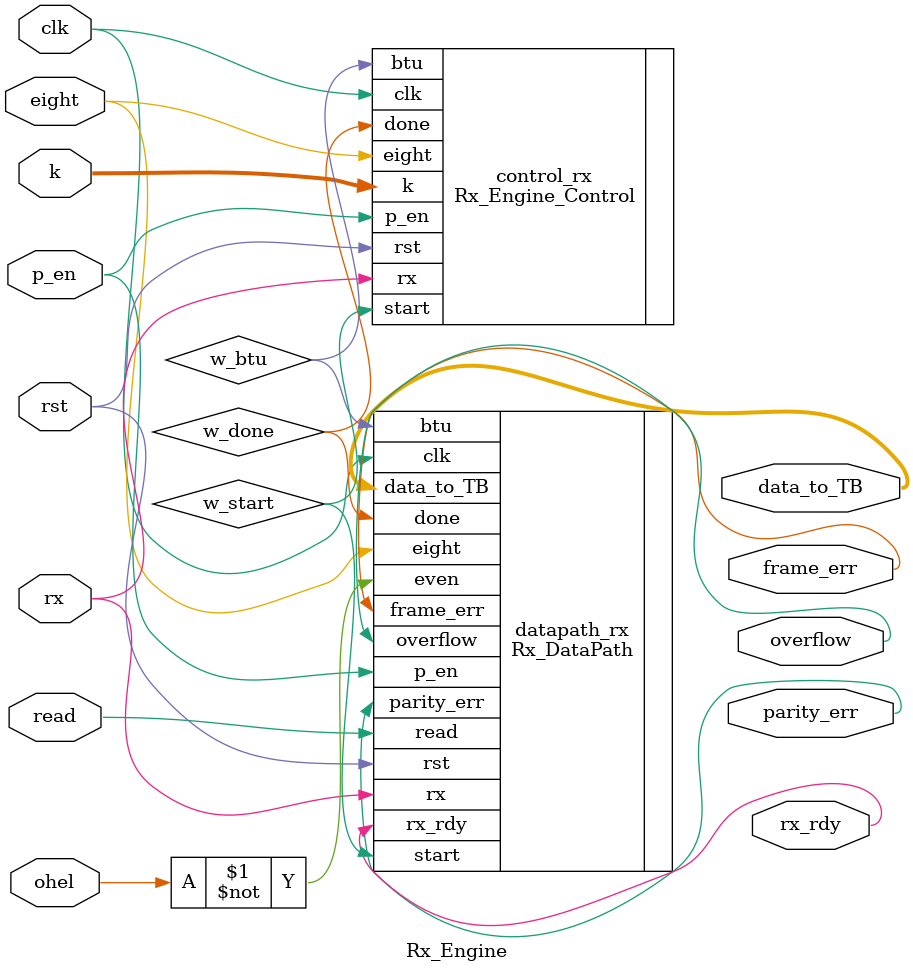
<source format=v>
`timescale 1ns / 1ps
module Rx_Engine(clk, rst, rx, k, eight, p_en, ohel, read,
                 rx_rdy, parity_err, frame_err, overflow, data_to_TB);

     input               clk, rst;
     input               rx;
     input     [18:0]    k;
     input               eight, p_en, ohel;
     input               read;
     
     output              rx_rdy;
     output              parity_err;
     output              frame_err;
     output              overflow;
     output    [7:0]     data_to_TB;
     
     wire                w_start;
     wire                w_btu;
     wire                w_done;
     
     //***********************************
     //   Rx Engine Control
     //***********************************
     Rx_Engine_Control
          control_rx(
               .clk(clk), 
               .rst(rst), 
               .rx(rx), 
               .k(k), 
               .eight(eight), 
               .p_en(p_en), 
               .start(w_start), 
               .btu(w_btu), 
               .done(w_done)
          );
          
     //***********************************
     //   Rx Engine Datapath
     //***********************************
     Rx_DataPath
          datapath_rx(
               .clk(clk), 
               .rst(rst), 
               .btu(w_btu), 
               .start(w_start), 
               .rx(rx), 
               .eight(eight), 
               .p_en(p_en), 
               .even(~ohel), 
               .read(read), 
               .done(w_done),
               .rx_rdy(rx_rdy),                
               .parity_err(parity_err), 
               .frame_err(frame_err), 
               .overflow(overflow), 
               .data_to_TB(data_to_TB)
          );
endmodule

</source>
